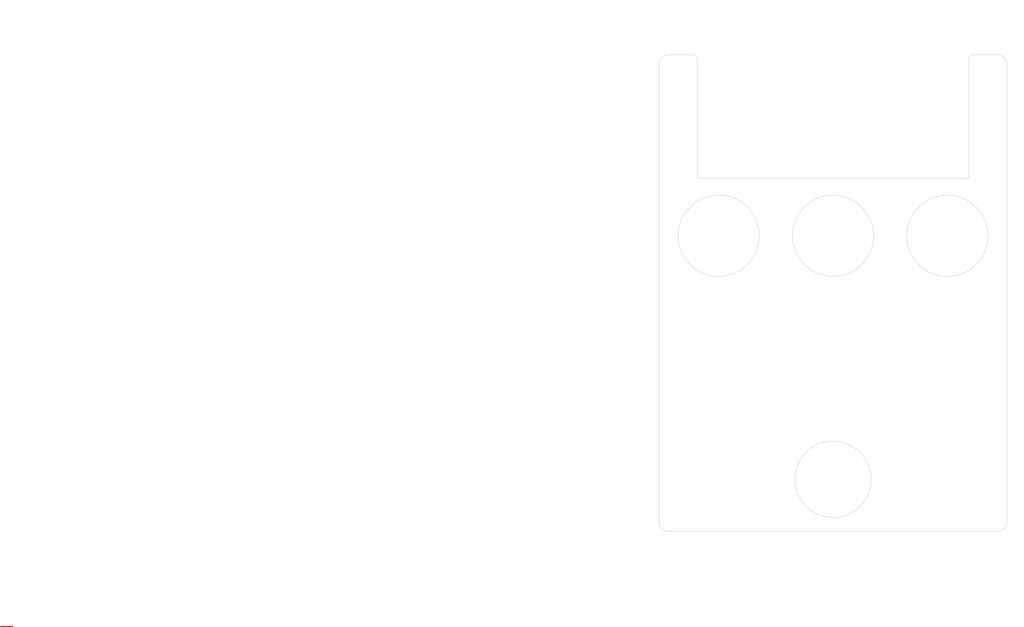
<source format=kicad_pcb>
(kicad_pcb (version 20171130) (host pcbnew "(5.1.2)-2")

  (general
    (thickness 1.6)
    (drawings 64)
    (tracks 1)
    (zones 0)
    (modules 9)
    (nets 2)
  )

  (page A4)
  (layers
    (0 F.Cu signal)
    (31 B.Cu signal)
    (32 B.Adhes user)
    (33 F.Adhes user)
    (34 B.Paste user)
    (35 F.Paste user)
    (36 B.SilkS user)
    (37 F.SilkS user)
    (38 B.Mask user)
    (39 F.Mask user)
    (40 Dwgs.User user)
    (41 Cmts.User user)
    (42 Eco1.User user)
    (43 Eco2.User user)
    (44 Edge.Cuts user)
    (45 Margin user)
    (46 B.CrtYd user)
    (47 F.CrtYd user)
    (48 B.Fab user)
    (49 F.Fab user)
  )

  (setup
    (last_trace_width 0.25)
    (user_trace_width 0.3)
    (user_trace_width 0.4)
    (user_trace_width 0.5)
    (user_trace_width 0.75)
    (user_trace_width 1)
    (user_trace_width 2)
    (user_trace_width 3)
    (user_trace_width 0.25)
    (user_trace_width 0.5)
    (user_trace_width 0.75)
    (user_trace_width 1)
    (user_trace_width 1.5)
    (user_trace_width 2)
    (trace_clearance 0.25)
    (zone_clearance 0.508)
    (zone_45_only no)
    (trace_min 0.25)
    (via_size 1)
    (via_drill 0.5)
    (via_min_size 0.4)
    (via_min_drill 0.3)
    (uvia_size 1)
    (uvia_drill 0.5)
    (uvias_allowed no)
    (uvia_min_size 0.2)
    (uvia_min_drill 0.1)
    (edge_width 0.1)
    (segment_width 1)
    (pcb_text_width 0.3)
    (pcb_text_size 1.5 1.5)
    (mod_edge_width 0.15)
    (mod_text_size 1 1)
    (mod_text_width 0.15)
    (pad_size 5 5)
    (pad_drill 5)
    (pad_to_mask_clearance 0.05)
    (solder_mask_min_width 0.1)
    (aux_axis_origin 84 50)
    (grid_origin 84 50)
    (visible_elements 7FFFFFFF)
    (pcbplotparams
      (layerselection 0x010f0_ffffffff)
      (usegerberextensions false)
      (usegerberattributes false)
      (usegerberadvancedattributes false)
      (creategerberjobfile false)
      (excludeedgelayer true)
      (linewidth 0.100000)
      (plotframeref false)
      (viasonmask false)
      (mode 1)
      (useauxorigin true)
      (hpglpennumber 1)
      (hpglpenspeed 20)
      (hpglpendiameter 15.000000)
      (psnegative false)
      (psa4output false)
      (plotreference true)
      (plotvalue true)
      (plotinvisibletext false)
      (padsonsilk false)
      (subtractmaskfromsilk true)
      (outputformat 1)
      (mirror false)
      (drillshape 0)
      (scaleselection 1)
      (outputdirectory "ds1_9-13_frame/"))
  )

  (net 0 "")
  (net 1 GND)

  (net_class Default "これはデフォルトのネット クラスです。"
    (clearance 0.25)
    (trace_width 0.25)
    (via_dia 1)
    (via_drill 0.5)
    (uvia_dia 1)
    (uvia_drill 0.5)
    (diff_pair_width 0.25)
    (diff_pair_gap 0.25)
    (add_net GND)
  )

  (module MountingHole:MountingHole_3.2mm_M3 (layer F.Cu) (tedit 5ECCA92C) (tstamp 5ECCA935)
    (at 108.995 139)
    (descr "Mounting Hole 3.2mm, no annular, M3")
    (tags "mounting hole 3.2mm no annular m3")
    (attr virtual)
    (fp_text reference REF** (at 0 0) (layer F.SilkS) hide
      (effects (font (size 1 1) (thickness 0.15)))
    )
    (fp_text value M (at 0 0) (layer F.Fab) hide
      (effects (font (size 1 1) (thickness 0.15)))
    )
    (fp_text user %R (at 0.3 0) (layer F.Fab) hide
      (effects (font (size 1 1) (thickness 0.15)))
    )
    (pad "" np_thru_hole circle (at 0 0) (size 3.2 3.2) (drill 3.2) (layers *.Cu *.Mask))
  )

  (module MountingHole:MountingHole_3.2mm_M3 (layer F.Cu) (tedit 5ECCA92C) (tstamp 5ECCA915)
    (at 131.995 139)
    (descr "Mounting Hole 3.2mm, no annular, M3")
    (tags "mounting hole 3.2mm no annular m3")
    (attr virtual)
    (fp_text reference REF** (at 0 0) (layer F.SilkS) hide
      (effects (font (size 1 1) (thickness 0.15)))
    )
    (fp_text value M (at 0 0) (layer F.Fab) hide
      (effects (font (size 1 1) (thickness 0.15)))
    )
    (fp_text user %R (at 0.3 0) (layer F.Fab) hide
      (effects (font (size 1 1) (thickness 0.15)))
    )
    (pad "" np_thru_hole circle (at 0 0) (size 3.2 3.2) (drill 3.2) (layers *.Cu *.Mask))
  )

  (module MountingHole:MountingHole_3.2mm_M3 (layer F.Cu) (tedit 5ECCA990) (tstamp 5ECC8907)
    (at 102.495 139)
    (descr "Mounting Hole 3.2mm, no annular, M3")
    (tags "mounting hole 3.2mm no annular m3")
    (attr virtual)
    (fp_text reference REF** (at 0 0) (layer F.SilkS) hide
      (effects (font (size 1 1) (thickness 0.15)))
    )
    (fp_text value M (at 0 0) (layer F.Fab) hide
      (effects (font (size 1 1) (thickness 0.15)))
    )
    (fp_text user %R (at 0.3 0) (layer F.Fab) hide
      (effects (font (size 1 1) (thickness 0.15)))
    )
    (pad "" np_thru_hole circle (at 0 0) (size 5 5) (drill 5) (layers *.Cu *.Mask))
  )

  (module MountingHole:MountingHole_3.2mm_M3 locked (layer F.Cu) (tedit 56D1B4CB) (tstamp 5EC82F28)
    (at 153 146)
    (descr "Mounting Hole 3.2mm, no annular, M3")
    (tags "mounting hole 3.2mm no annular m3")
    (attr virtual)
    (fp_text reference REF** (at 0 0) (layer F.SilkS) hide
      (effects (font (size 1 1) (thickness 0.15)))
    )
    (fp_text value M (at 0 0) (layer F.Fab) hide
      (effects (font (size 1 1) (thickness 0.15)))
    )
    (fp_circle (center 0 0) (end 3.45 0) (layer F.CrtYd) (width 0.05))
    (fp_circle (center 0 0) (end 3.2 0) (layer Cmts.User) (width 0.15))
    (fp_text user %R (at 0.3 0) (layer F.Fab) hide
      (effects (font (size 1 1) (thickness 0.15)))
    )
    (pad 1 np_thru_hole circle (at 0 0) (size 3.2 3.2) (drill 3.2) (layers *.Cu *.Mask)
      (net 1 GND))
  )

  (module MountingHole:MountingHole_3.2mm_M3 locked (layer F.Cu) (tedit 56D1B4CB) (tstamp 5EC82F1A)
    (at 88 146)
    (descr "Mounting Hole 3.2mm, no annular, M3")
    (tags "mounting hole 3.2mm no annular m3")
    (attr virtual)
    (fp_text reference REF** (at 0 0) (layer F.SilkS) hide
      (effects (font (size 1 1) (thickness 0.15)))
    )
    (fp_text value M (at 0 0) (layer F.Fab) hide
      (effects (font (size 1 1) (thickness 0.15)))
    )
    (fp_circle (center 0 0) (end 3.45 0) (layer F.CrtYd) (width 0.05))
    (fp_circle (center 0 0) (end 3.2 0) (layer Cmts.User) (width 0.15))
    (fp_text user %R (at 0.3 0) (layer F.Fab) hide
      (effects (font (size 1 1) (thickness 0.15)))
    )
    (pad 1 np_thru_hole circle (at 0 0) (size 3.2 3.2) (drill 3.2) (layers *.Cu *.Mask)
      (net 1 GND))
  )

  (module MountingHole:MountingHole_3.2mm_M3 locked (layer F.Cu) (tedit 56D1B4CB) (tstamp 5EC82F0C)
    (at 153 100)
    (descr "Mounting Hole 3.2mm, no annular, M3")
    (tags "mounting hole 3.2mm no annular m3")
    (attr virtual)
    (fp_text reference REF** (at 0 0) (layer F.SilkS) hide
      (effects (font (size 1 1) (thickness 0.15)))
    )
    (fp_text value M (at 0 0) (layer F.Fab) hide
      (effects (font (size 1 1) (thickness 0.15)))
    )
    (fp_circle (center 0 0) (end 3.45 0) (layer F.CrtYd) (width 0.05))
    (fp_circle (center 0 0) (end 3.2 0) (layer Cmts.User) (width 0.15))
    (fp_text user %R (at 0.3 0) (layer F.Fab) hide
      (effects (font (size 1 1) (thickness 0.15)))
    )
    (pad 1 np_thru_hole circle (at 0 0) (size 3.2 3.2) (drill 3.2) (layers *.Cu *.Mask)
      (net 1 GND))
  )

  (module MountingHole:MountingHole_3.2mm_M3 locked (layer F.Cu) (tedit 56D1B4CB) (tstamp 5EC82EFE)
    (at 88 100)
    (descr "Mounting Hole 3.2mm, no annular, M3")
    (tags "mounting hole 3.2mm no annular m3")
    (attr virtual)
    (fp_text reference REF** (at 0 0) (layer F.SilkS) hide
      (effects (font (size 1 1) (thickness 0.15)))
    )
    (fp_text value M (at 0 0) (layer F.Fab) hide
      (effects (font (size 1 1) (thickness 0.15)))
    )
    (fp_circle (center 0 0) (end 3.45 0) (layer F.CrtYd) (width 0.05))
    (fp_circle (center 0 0) (end 3.2 0) (layer Cmts.User) (width 0.15))
    (fp_text user %R (at 0.3 0) (layer F.Fab) hide
      (effects (font (size 1 1) (thickness 0.15)))
    )
    (pad 1 np_thru_hole circle (at 0 0) (size 3.2 3.2) (drill 3.2) (layers *.Cu *.Mask)
      (net 1 GND))
  )

  (module MountingHole:MountingHole_3.2mm_M3 locked (layer F.Cu) (tedit 56D1B4CB) (tstamp 5EC78F09)
    (at 153 54)
    (descr "Mounting Hole 3.2mm, no annular, M3")
    (tags "mounting hole 3.2mm no annular m3")
    (attr virtual)
    (fp_text reference REF** (at 0 0) (layer F.SilkS) hide
      (effects (font (size 1 1) (thickness 0.15)))
    )
    (fp_text value M (at 0 0) (layer F.Fab) hide
      (effects (font (size 1 1) (thickness 0.15)))
    )
    (fp_circle (center 0 0) (end 3.45 0) (layer F.CrtYd) (width 0.05))
    (fp_circle (center 0 0) (end 3.2 0) (layer Cmts.User) (width 0.15))
    (fp_text user %R (at 0.3 0) (layer F.Fab) hide
      (effects (font (size 1 1) (thickness 0.15)))
    )
    (pad 1 np_thru_hole circle (at 0 0) (size 3.2 3.2) (drill 3.2) (layers *.Cu *.Mask)
      (net 1 GND))
  )

  (module MountingHole:MountingHole_3.2mm_M3 locked (layer F.Cu) (tedit 56D1B4CB) (tstamp 5EC6DF2C)
    (at 88 54)
    (descr "Mounting Hole 3.2mm, no annular, M3")
    (tags "mounting hole 3.2mm no annular m3")
    (attr virtual)
    (fp_text reference REF** (at 0 0) (layer F.SilkS) hide
      (effects (font (size 1 1) (thickness 0.15)))
    )
    (fp_text value M (at 0 0) (layer F.Fab) hide
      (effects (font (size 1 1) (thickness 0.15)))
    )
    (fp_circle (center 0 0) (end 3.45 0) (layer F.CrtYd) (width 0.05))
    (fp_circle (center 0 0) (end 3.2 0) (layer Cmts.User) (width 0.15))
    (fp_text user %R (at 0.3 0) (layer F.Fab) hide
      (effects (font (size 1 1) (thickness 0.15)))
    )
    (pad 1 np_thru_hole circle (at 0 0) (size 3.2 3.2) (drill 3.2) (layers *.Cu *.Mask)
      (net 1 GND))
  )

  (gr_circle (center 144.495 87.99) (end 153 87.5) (layer Edge.Cuts) (width 0.1))
  (gr_circle (center 120.495 87.99) (end 129 88) (layer Edge.Cuts) (width 0.1))
  (gr_circle (center 96.495 87.99) (end 105 87.5) (layer Edge.Cuts) (width 0.1))
  (gr_line (start 149 50.5) (end 149 75.5) (layer Edge.Cuts) (width 0.1) (tstamp 5ED05E80))
  (gr_line (start 149.5 50) (end 149 50.5) (layer Edge.Cuts) (width 0.1))
  (gr_line (start 148.5 76) (end 149 75.5) (layer Edge.Cuts) (width 0.1))
  (gr_line (start 92.5 76) (end 148.5 76) (layer Edge.Cuts) (width 0.1))
  (gr_line (start 92 75.5) (end 92.5 76) (layer Edge.Cuts) (width 0.1))
  (gr_line (start 92 63) (end 92 75.5) (layer Edge.Cuts) (width 0.1))
  (gr_line (start 92 50.5) (end 92 63) (layer Edge.Cuts) (width 0.1))
  (gr_line (start 91.5 50) (end 92 50.5) (layer Edge.Cuts) (width 0.1))
  (gr_circle (center 120.495 139.09) (end 120.495 131.09) (layer Edge.Cuts) (width 0.1))
  (gr_line (start 87 79) (end 87 96) (layer Dwgs.User) (width 0.15))
  (gr_circle (center 144.5 88) (end 147.5 88) (layer Dwgs.User) (width 0.15))
  (gr_circle (center 120.5 88) (end 123.5 88) (layer Dwgs.User) (width 0.15))
  (gr_circle (center 96.5 88) (end 99.5 88) (layer Dwgs.User) (width 0.15))
  (gr_line (start 149.5 50) (end 155 50) (layer Edge.Cuts) (width 0.1) (tstamp 5ECC63E9))
  (gr_line (start 86 50) (end 91.5 50) (layer Edge.Cuts) (width 0.1))
  (gr_circle (center 144.5 88) (end 136.5 88) (layer Dwgs.User) (width 0.15))
  (gr_circle (center 120.5 88) (end 112.5 88) (layer Dwgs.User) (width 0.15))
  (gr_circle (center 96.5 88) (end 88.5 88) (layer Dwgs.User) (width 0.15))
  (dimension 11.5 (width 0.15) (layer Dwgs.User)
    (gr_text "11.500 mm" (at 126.25 156.3) (layer Dwgs.User)
      (effects (font (size 1 1) (thickness 0.15)))
    )
    (feature1 (pts (xy 132 139) (xy 132 155.586421)))
    (feature2 (pts (xy 120.5 139) (xy 120.5 155.586421)))
    (crossbar (pts (xy 120.5 155) (xy 132 155)))
    (arrow1a (pts (xy 132 155) (xy 130.873496 155.586421)))
    (arrow1b (pts (xy 132 155) (xy 130.873496 154.413579)))
    (arrow2a (pts (xy 120.5 155) (xy 121.626504 155.586421)))
    (arrow2b (pts (xy 120.5 155) (xy 121.626504 154.413579)))
  )
  (dimension 11.5 (width 0.15) (layer Dwgs.User)
    (gr_text "11.500 mm" (at 114.75 156.3) (layer Dwgs.User)
      (effects (font (size 1 1) (thickness 0.15)))
    )
    (feature1 (pts (xy 109 139) (xy 109 155.586421)))
    (feature2 (pts (xy 120.5 139) (xy 120.5 155.586421)))
    (crossbar (pts (xy 120.5 155) (xy 109 155)))
    (arrow1a (pts (xy 109 155) (xy 110.126504 154.413579)))
    (arrow1b (pts (xy 109 155) (xy 110.126504 155.586421)))
    (arrow2a (pts (xy 120.5 155) (xy 119.373496 154.413579)))
    (arrow2b (pts (xy 120.5 155) (xy 119.373496 155.586421)))
  )
  (dimension 73 (width 0.15) (layer Dwgs.User)
    (gr_text "73.000 mm" (at 124 44.2) (layer Dwgs.User)
      (effects (font (size 1 1) (thickness 0.15)))
    )
    (feature1 (pts (xy 160.5 155.5) (xy 160.5 44.913579)))
    (feature2 (pts (xy 87.5 155.5) (xy 87.5 44.913579)))
    (crossbar (pts (xy 87.5 45.5) (xy 160.5 45.5)))
    (arrow1a (pts (xy 160.5 45.5) (xy 159.373496 46.086421)))
    (arrow1b (pts (xy 160.5 45.5) (xy 159.373496 44.913579)))
    (arrow2a (pts (xy 87.5 45.5) (xy 88.626504 46.086421)))
    (arrow2b (pts (xy 87.5 45.5) (xy 88.626504 44.913579)))
  )
  (dimension 18 (width 0.15) (layer Dwgs.User)
    (gr_text "18.000 mm" (at 111.5 153.8) (layer Dwgs.User)
      (effects (font (size 1 1) (thickness 0.15)))
    )
    (feature1 (pts (xy 102.5 139) (xy 102.5 153.086421)))
    (feature2 (pts (xy 120.5 139) (xy 120.5 153.086421)))
    (crossbar (pts (xy 120.5 152.5) (xy 102.5 152.5)))
    (arrow1a (pts (xy 102.5 152.5) (xy 103.626504 151.913579)))
    (arrow1b (pts (xy 102.5 152.5) (xy 103.626504 153.086421)))
    (arrow2a (pts (xy 120.5 152.5) (xy 119.373496 151.913579)))
    (arrow2b (pts (xy 120.5 152.5) (xy 119.373496 153.086421)))
  )
  (gr_line (start 87 142) (end 87 131) (layer Dwgs.User) (width 0.15) (tstamp 5EC77A6E))
  (dimension 24 (width 0.15) (layer Dwgs.User)
    (gr_text "24.000 mm" (at 132.5 77.7) (layer Dwgs.User)
      (effects (font (size 1 1) (thickness 0.15)))
    )
    (feature1 (pts (xy 144.5 88) (xy 144.5 78.413579)))
    (feature2 (pts (xy 120.5 88) (xy 120.5 78.413579)))
    (crossbar (pts (xy 120.5 79) (xy 144.5 79)))
    (arrow1a (pts (xy 144.5 79) (xy 143.373496 79.586421)))
    (arrow1b (pts (xy 144.5 79) (xy 143.373496 78.413579)))
    (arrow2a (pts (xy 120.5 79) (xy 121.626504 79.586421)))
    (arrow2b (pts (xy 120.5 79) (xy 121.626504 78.413579)))
  )
  (dimension 24 (width 0.15) (layer Dwgs.User)
    (gr_text "24.000 mm" (at 108.5 77.7) (layer Dwgs.User)
      (effects (font (size 1 1) (thickness 0.15)))
    )
    (feature1 (pts (xy 96.5 88) (xy 96.5 78.413579)))
    (feature2 (pts (xy 120.5 88) (xy 120.5 78.413579)))
    (crossbar (pts (xy 120.5 79) (xy 96.5 79)))
    (arrow1a (pts (xy 96.5 79) (xy 97.626504 78.413579)))
    (arrow1b (pts (xy 96.5 79) (xy 97.626504 79.586421)))
    (arrow2a (pts (xy 120.5 79) (xy 119.373496 78.413579)))
    (arrow2b (pts (xy 120.5 79) (xy 119.373496 79.586421)))
  )
  (gr_line (start 92 142) (end 92 147) (layer Dwgs.User) (width 0.15))
  (gr_line (start 87 142) (end 92 142) (layer Dwgs.User) (width 0.15))
  (gr_line (start 149 142) (end 154 142) (layer Dwgs.User) (width 0.15))
  (gr_line (start 149 147) (end 149 142) (layer Dwgs.User) (width 0.15))
  (gr_line (start 149 104) (end 154 104) (layer Dwgs.User) (width 0.15))
  (gr_line (start 149 96) (end 149 104) (layer Dwgs.User) (width 0.15))
  (gr_line (start 154 96) (end 149 96) (layer Dwgs.User) (width 0.15))
  (gr_line (start 92 104) (end 87 104) (layer Dwgs.User) (width 0.15))
  (gr_line (start 92 96) (end 92 104) (layer Dwgs.User) (width 0.15))
  (gr_line (start 87 96) (end 92 96) (layer Dwgs.User) (width 0.15))
  (gr_arc (start 155 148) (end 155 150) (angle -90) (layer Edge.Cuts) (width 0.1))
  (gr_arc (start 155 52) (end 157 52) (angle -90) (layer Edge.Cuts) (width 0.1))
  (gr_line (start 157 148) (end 157 52) (layer Edge.Cuts) (width 0.1))
  (gr_line (start 86 150) (end 155 150) (layer Edge.Cuts) (width 0.1))
  (gr_line (start 154 142) (end 154 131) (layer Dwgs.User) (width 0.15) (tstamp 5EC765D5))
  (dimension 36.5 (width 0.15) (layer Dwgs.User)
    (gr_text "36.500 mm" (at 105.75 39.2) (layer Dwgs.User)
      (effects (font (size 1 1) (thickness 0.15)))
    )
    (feature1 (pts (xy 124 155.5) (xy 124 39.913579)))
    (feature2 (pts (xy 87.5 155.5) (xy 87.5 39.913579)))
    (crossbar (pts (xy 87.5 40.5) (xy 124 40.5)))
    (arrow1a (pts (xy 124 40.5) (xy 122.873496 41.086421)))
    (arrow1b (pts (xy 124 40.5) (xy 122.873496 39.913579)))
    (arrow2a (pts (xy 87.5 40.5) (xy 88.626504 41.086421)))
    (arrow2b (pts (xy 87.5 40.5) (xy 88.626504 39.913579)))
  )
  (gr_line (start 154 131) (end 119 131) (layer Dwgs.User) (width 0.15) (tstamp 5EC75C1F))
  (gr_line (start 87 128) (end 154 128) (layer Dwgs.User) (width 0.15))
  (gr_line (start 119 131) (end 87 131) (layer Dwgs.User) (width 0.15))
  (gr_line (start 154 96) (end 154 79) (layer Dwgs.User) (width 0.15) (tstamp 5EC75B5A))
  (gr_line (start 154 128) (end 154 104) (layer Dwgs.User) (width 0.15))
  (gr_line (start 92 147) (end 149 147) (layer Dwgs.User) (width 0.15))
  (gr_line (start 87 104) (end 87 128) (layer Dwgs.User) (width 0.15))
  (gr_line (start 87 79) (end 154 79) (layer Dwgs.User) (width 0.15))
  (dimension 50 (width 0.15) (layer Dwgs.User)
    (gr_text "50.000 mm" (at 67.7 75 270) (layer Dwgs.User)
      (effects (font (size 1 1) (thickness 0.15)))
    )
    (feature1 (pts (xy 84 100) (xy 68.413579 100)))
    (feature2 (pts (xy 84 50) (xy 68.413579 50)))
    (crossbar (pts (xy 69 50) (xy 69 100)))
    (arrow1a (pts (xy 69 100) (xy 68.413579 98.873496)))
    (arrow1b (pts (xy 69 100) (xy 69.586421 98.873496)))
    (arrow2a (pts (xy 69 50) (xy 68.413579 51.126504)))
    (arrow2b (pts (xy 69 50) (xy 69.586421 51.126504)))
  )
  (gr_line (start 149 58) (end 149 50) (layer Dwgs.User) (width 0.15))
  (gr_line (start 154 58) (end 149 58) (layer Dwgs.User) (width 0.15))
  (gr_line (start 154 76) (end 154 58) (layer Dwgs.User) (width 0.15))
  (gr_line (start 87 76) (end 154 76) (layer Dwgs.User) (width 0.15))
  (gr_line (start 87 58) (end 87 76) (layer Dwgs.User) (width 0.15))
  (gr_line (start 92 58) (end 87 58) (layer Dwgs.User) (width 0.15))
  (gr_line (start 92 50) (end 92 58) (layer Dwgs.User) (width 0.15))
  (dimension 62 (width 0.15) (layer Dwgs.User)
    (gr_text "62.000 mm" (at 72.2 119 90) (layer Dwgs.User)
      (effects (font (size 1 1) (thickness 0.15)))
    )
    (feature1 (pts (xy 156.5 88) (xy 72.913579 88)))
    (feature2 (pts (xy 156.5 150) (xy 72.913579 150)))
    (crossbar (pts (xy 73.5 150) (xy 73.5 88)))
    (arrow1a (pts (xy 73.5 88) (xy 74.086421 89.126504)))
    (arrow1b (pts (xy 73.5 88) (xy 72.913579 89.126504)))
    (arrow2a (pts (xy 73.5 150) (xy 74.086421 148.873496)))
    (arrow2b (pts (xy 73.5 150) (xy 72.913579 148.873496)))
  )
  (gr_arc (start 86 148) (end 84 148) (angle -90) (layer Edge.Cuts) (width 0.1))
  (gr_line (start 84 52) (end 84 148) (layer Edge.Cuts) (width 0.1))
  (gr_arc (start 86 52) (end 86 50) (angle -90) (layer Edge.Cuts) (width 0.1))

  (segment (start -54.19 169.976) (end -51.65 169.976) (width 0.25) (layer F.Cu) (net 0))

)

</source>
